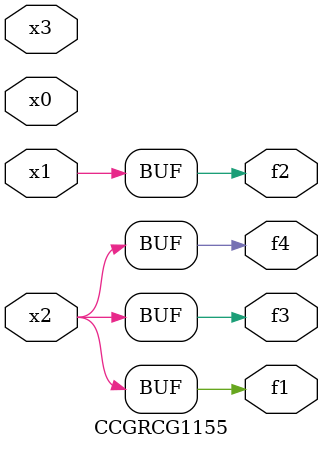
<source format=v>
module CCGRCG1155(
	input x0, x1, x2, x3,
	output f1, f2, f3, f4
);
	assign f1 = x2;
	assign f2 = x1;
	assign f3 = x2;
	assign f4 = x2;
endmodule

</source>
